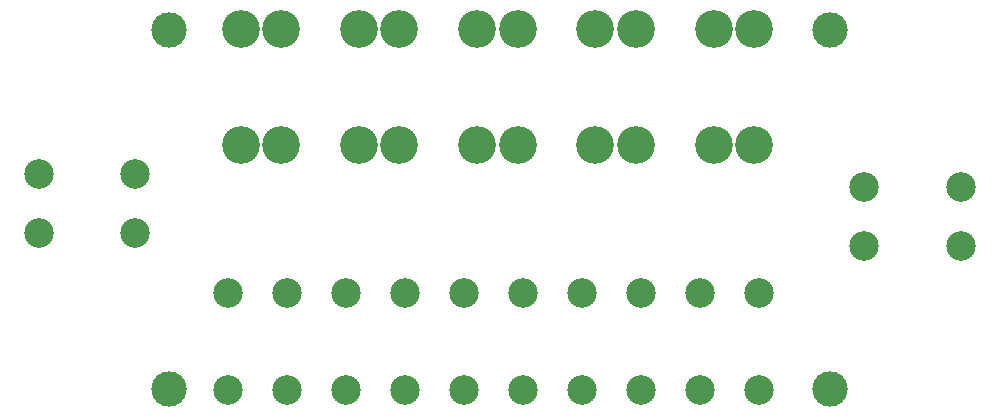
<source format=gbr>
%TF.GenerationSoftware,KiCad,Pcbnew,9.0.4-9.0.4-0~ubuntu24.04.1*%
%TF.CreationDate,2025-10-06T22:04:19-07:00*%
%TF.ProjectId,mini-pdb,6d696e69-2d70-4646-922e-6b696361645f,2*%
%TF.SameCoordinates,Original*%
%TF.FileFunction,Soldermask,Bot*%
%TF.FilePolarity,Negative*%
%FSLAX46Y46*%
G04 Gerber Fmt 4.6, Leading zero omitted, Abs format (unit mm)*
G04 Created by KiCad (PCBNEW 9.0.4-9.0.4-0~ubuntu24.04.1) date 2025-10-06 22:04:19*
%MOMM*%
%LPD*%
G01*
G04 APERTURE LIST*
%ADD10C,3.204000*%
%ADD11C,2.500000*%
%ADD12C,3.000000*%
G04 APERTURE END LIST*
D10*
%TO.C,F5*%
X227327120Y-110767700D03*
X223927120Y-110767700D03*
X227327120Y-120667700D03*
X223927120Y-120667700D03*
%TD*%
%TO.C,F3*%
X207327160Y-110767700D03*
X203927160Y-110767700D03*
X207327160Y-120667700D03*
X203927160Y-120667700D03*
%TD*%
%TO.C,F4*%
X217327140Y-110767700D03*
X213927140Y-110767700D03*
X217327140Y-120667700D03*
X213927140Y-120667700D03*
%TD*%
D11*
%TO.C,J2*%
X236677201Y-129155200D03*
X244877200Y-129155200D03*
X236677201Y-124155198D03*
X244877200Y-124155198D03*
%TD*%
D12*
%TO.C,H4*%
X233802200Y-141317700D03*
%TD*%
%TO.C,H1*%
X177852200Y-110892700D03*
%TD*%
%TO.C,H2*%
X233802200Y-110892700D03*
%TD*%
D11*
%TO.C,J1*%
X174977199Y-123055200D03*
X166777200Y-123055200D03*
X174977199Y-128055202D03*
X166777200Y-128055202D03*
%TD*%
D10*
%TO.C,F2*%
X197327180Y-110767700D03*
X193927180Y-110767700D03*
X197327180Y-120667700D03*
X193927180Y-120667700D03*
%TD*%
%TO.C,F1*%
X187327200Y-110767700D03*
X183927200Y-110767700D03*
X187327200Y-120667700D03*
X183927200Y-120667700D03*
%TD*%
D12*
%TO.C,H3*%
X177852200Y-141317700D03*
%TD*%
D11*
%TO.C,J3*%
X182788536Y-133142700D03*
X182788536Y-141342699D03*
X187788538Y-133142700D03*
X187788538Y-141342699D03*
X192788539Y-133142700D03*
X192788539Y-141342699D03*
X197788539Y-133142700D03*
X197788539Y-141342699D03*
X202788539Y-133142700D03*
X202788539Y-141342699D03*
X207788539Y-133142700D03*
X207788539Y-141342699D03*
X212788539Y-133142700D03*
X212788539Y-141342699D03*
X217788539Y-133142700D03*
X217788539Y-141342699D03*
X222788539Y-133142700D03*
X222788539Y-141342699D03*
X227788540Y-133142700D03*
X227788540Y-141342699D03*
%TD*%
M02*

</source>
